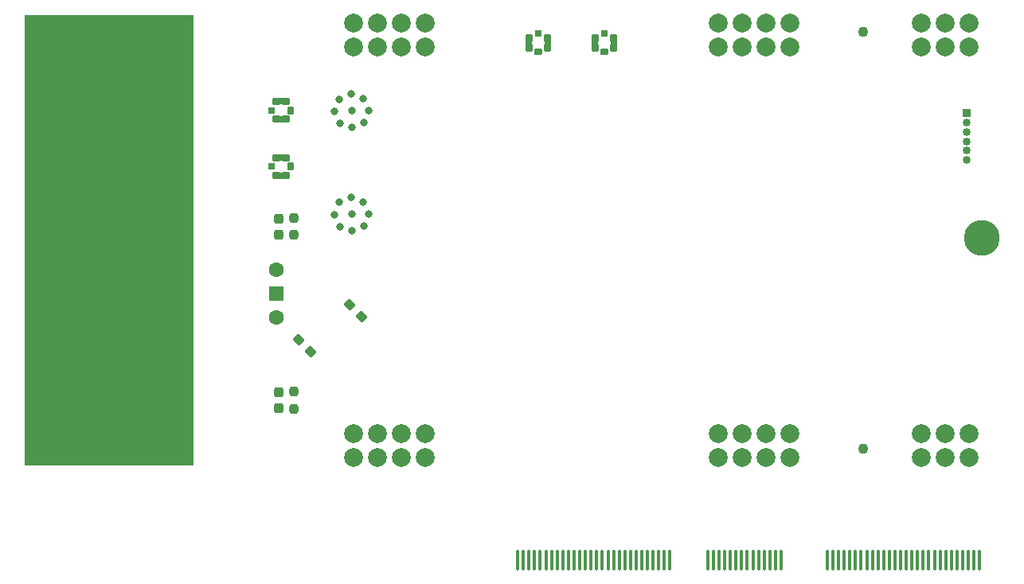
<source format=gbr>
%TF.GenerationSoftware,KiCad,Pcbnew,8.0.2*%
%TF.CreationDate,2024-07-11T13:13:48+02:00*%
%TF.ProjectId,HYDRA_VMM3_CARD,48594452-415f-4564-9d4d-335f43415244,rev?*%
%TF.SameCoordinates,Original*%
%TF.FileFunction,Soldermask,Bot*%
%TF.FilePolarity,Negative*%
%FSLAX46Y46*%
G04 Gerber Fmt 4.6, Leading zero omitted, Abs format (unit mm)*
G04 Created by KiCad (PCBNEW 8.0.2) date 2024-07-11 13:13:48*
%MOMM*%
%LPD*%
G01*
G04 APERTURE LIST*
G04 Aperture macros list*
%AMRoundRect*
0 Rectangle with rounded corners*
0 $1 Rounding radius*
0 $2 $3 $4 $5 $6 $7 $8 $9 X,Y pos of 4 corners*
0 Add a 4 corners polygon primitive as box body*
4,1,4,$2,$3,$4,$5,$6,$7,$8,$9,$2,$3,0*
0 Add four circle primitives for the rounded corners*
1,1,$1+$1,$2,$3*
1,1,$1+$1,$4,$5*
1,1,$1+$1,$6,$7*
1,1,$1+$1,$8,$9*
0 Add four rect primitives between the rounded corners*
20,1,$1+$1,$2,$3,$4,$5,0*
20,1,$1+$1,$4,$5,$6,$7,0*
20,1,$1+$1,$6,$7,$8,$9,0*
20,1,$1+$1,$8,$9,$2,$3,0*%
%AMFreePoly0*
4,1,37,-0.247476,0.892000,0.250000,0.892000,0.309954,0.872520,0.347008,0.821520,0.352000,0.790000,0.352000,-0.790000,0.332520,-0.849954,0.281520,-0.887008,0.250000,-0.892000,-0.247476,-0.892000,-0.250000,-0.892500,-0.330000,-0.892500,-0.368890,-0.884795,-0.369244,-0.884649,-0.417242,-0.843781,-0.424649,-0.829244,-0.424795,-0.828890,-0.432500,-0.790000,-0.432500,-0.270000,-0.424795,-0.231110,
-0.424649,-0.230756,-0.402479,-0.197521,-0.352500,-0.147542,-0.352500,0.147542,-0.402479,0.197521,-0.424649,0.230756,-0.424795,0.231110,-0.432500,0.270000,-0.432500,0.790000,-0.424795,0.828890,-0.424649,0.829244,-0.383781,0.877242,-0.369244,0.884649,-0.368890,0.884795,-0.330000,0.892500,-0.250000,0.892500,-0.247476,0.892000,-0.247476,0.892000,$1*%
%AMFreePoly1*
4,1,37,0.368890,0.884795,0.369244,0.884649,0.417242,0.843781,0.424649,0.829244,0.424795,0.828890,0.432500,0.790000,0.432500,0.270000,0.424795,0.231110,0.424649,0.230756,0.402479,0.197521,0.352500,0.147542,0.352500,-0.147542,0.402479,-0.197521,0.424649,-0.230756,0.424795,-0.231110,0.432500,-0.270000,0.432500,-0.790000,0.424795,-0.828890,0.424649,-0.829244,0.383781,-0.877242,
0.369244,-0.884649,0.368890,-0.884795,0.330000,-0.892500,0.250000,-0.892500,0.247476,-0.892000,-0.250000,-0.892000,-0.309954,-0.872520,-0.347008,-0.821520,-0.352000,-0.790000,-0.352000,0.790000,-0.332520,0.849954,-0.281520,0.887008,-0.250000,0.892000,0.247476,0.892000,0.250000,0.892500,0.330000,0.892500,0.368890,0.884795,0.368890,0.884795,$1*%
G04 Aperture macros list end*
%ADD10C,2.000000*%
%ADD11C,3.800000*%
%ADD12RoundRect,0.095000X-0.095000X-0.965000X0.095000X-0.965000X0.095000X0.965000X-0.095000X0.965000X0*%
%ADD13R,0.850000X0.850000*%
%ADD14O,0.850000X0.850000*%
%ADD15C,1.600000*%
%ADD16C,1.100000*%
%ADD17R,1.600000X1.600000*%
%ADD18C,0.800000*%
%ADD19RoundRect,0.237500X0.237500X-0.250000X0.237500X0.250000X-0.237500X0.250000X-0.237500X-0.250000X0*%
%ADD20RoundRect,0.237500X-0.237500X0.250000X-0.237500X-0.250000X0.237500X-0.250000X0.237500X0.250000X0*%
%ADD21RoundRect,0.237500X-0.237500X0.287500X-0.237500X-0.287500X0.237500X-0.287500X0.237500X0.287500X0*%
%ADD22RoundRect,0.102000X0.300000X0.275000X-0.300000X0.275000X-0.300000X-0.275000X0.300000X-0.275000X0*%
%ADD23FreePoly0,180.000000*%
%ADD24FreePoly1,180.000000*%
%ADD25RoundRect,0.102000X0.250000X0.250000X-0.250000X0.250000X-0.250000X-0.250000X0.250000X-0.250000X0*%
%ADD26RoundRect,0.102000X-0.275000X0.300000X-0.275000X-0.300000X0.275000X-0.300000X0.275000X0.300000X0*%
%ADD27FreePoly0,270.000000*%
%ADD28FreePoly1,270.000000*%
%ADD29RoundRect,0.102000X-0.250000X0.250000X-0.250000X-0.250000X0.250000X-0.250000X0.250000X0.250000X0*%
%ADD30C,0.150000*%
%ADD31RoundRect,0.237500X0.371231X-0.035355X-0.035355X0.371231X-0.371231X0.035355X0.035355X-0.371231X0*%
%ADD32R,18.000000X48.000000*%
%ADD33RoundRect,0.237500X0.237500X-0.287500X0.237500X0.287500X-0.237500X0.287500X-0.237500X-0.287500X0*%
G04 APERTURE END LIST*
D10*
%TO.C,15*%
X77748000Y-78380000D03*
%TD*%
%TO.C,*%
X138083000Y-34660000D03*
%TD*%
%TO.C,16*%
X111423000Y-78380000D03*
%TD*%
%TO.C,*%
X135543000Y-78360000D03*
%TD*%
%TO.C,*%
X135543000Y-34660000D03*
%TD*%
%TO.C,*%
X72668000Y-34680000D03*
%TD*%
%TO.C,*%
X133003000Y-34660000D03*
%TD*%
%TO.C,11*%
X72668000Y-78380000D03*
%TD*%
%TO.C,*%
X75208000Y-37220000D03*
%TD*%
%TO.C,*%
X138083000Y-37200000D03*
%TD*%
D11*
%TO.C,*%
X139450000Y-57580000D03*
%TD*%
D12*
%TO.C,J1*%
X90100000Y-91840000D03*
X90700000Y-91840000D03*
X91300000Y-91840000D03*
X91900000Y-91840000D03*
X92500000Y-91840000D03*
X93100000Y-91840000D03*
X93700000Y-91840000D03*
X94300000Y-91840000D03*
X94900000Y-91840000D03*
X95500000Y-91840000D03*
X96100000Y-91840000D03*
X96700000Y-91840000D03*
X97300000Y-91840000D03*
X97900000Y-91840000D03*
X98500000Y-91840000D03*
X99100000Y-91840000D03*
X99700000Y-91840000D03*
X100300000Y-91840000D03*
X100900000Y-91840000D03*
X101500000Y-91840000D03*
X102100000Y-91840000D03*
X102700000Y-91840000D03*
X103300000Y-91840000D03*
X103900000Y-91840000D03*
X104500000Y-91840000D03*
X105100000Y-91840000D03*
X105700000Y-91840000D03*
X106300000Y-91840000D03*
X110310000Y-91840000D03*
X110910000Y-91840000D03*
X111510000Y-91840000D03*
X112110000Y-91840000D03*
X112710000Y-91840000D03*
X113310000Y-91840000D03*
X113910000Y-91840000D03*
X114510000Y-91840000D03*
X115110000Y-91840000D03*
X115710000Y-91840000D03*
X116310000Y-91840000D03*
X116910000Y-91840000D03*
X117510000Y-91840000D03*
X118110000Y-91840000D03*
X123020000Y-91840000D03*
X123620000Y-91840000D03*
X124220000Y-91840000D03*
X124820000Y-91840000D03*
X125420000Y-91840000D03*
X126020000Y-91840000D03*
X126620000Y-91840000D03*
X127220000Y-91840000D03*
X127820000Y-91840000D03*
X128420000Y-91840000D03*
X129020000Y-91840000D03*
X129620000Y-91840000D03*
X130220000Y-91840000D03*
X130820000Y-91840000D03*
X131420000Y-91840000D03*
X132020000Y-91840000D03*
X132620000Y-91840000D03*
X133220000Y-91840000D03*
X133820000Y-91840000D03*
X134420000Y-91840000D03*
X135020000Y-91840000D03*
X135620000Y-91840000D03*
X136220000Y-91840000D03*
X136820000Y-91840000D03*
X137420000Y-91840000D03*
X138020000Y-91840000D03*
X138620000Y-91840000D03*
X139220000Y-91840000D03*
%TD*%
D10*
%TO.C,*%
X133003000Y-78360000D03*
%TD*%
%TO.C,18*%
X116503000Y-80900000D03*
%TD*%
%TO.C,*%
X135543000Y-80900000D03*
%TD*%
%TO.C,*%
X135543000Y-37200000D03*
%TD*%
%TO.C,22*%
X119043000Y-78360000D03*
%TD*%
%TO.C,17*%
X113963000Y-80920000D03*
%TD*%
D13*
%TO.C,J2*%
X137800000Y-44280000D03*
D14*
X137800000Y-45280000D03*
X137800000Y-46280000D03*
X137800000Y-47280000D03*
X137800000Y-48280000D03*
X137800000Y-49280000D03*
%TD*%
D10*
%TO.C,13*%
X80288000Y-37220000D03*
%TD*%
D11*
%TO.C,REF\u002A\u002A3*%
X53050000Y-57580000D03*
%TD*%
D15*
%TO.C,3.3V1*%
X64450000Y-60970000D03*
%TD*%
D10*
%TO.C,*%
X72668000Y-37220000D03*
%TD*%
%TO.C,*%
X133003000Y-80900000D03*
%TD*%
%TO.C,6*%
X119043000Y-34660000D03*
%TD*%
%TO.C,*%
X111423000Y-37220000D03*
%TD*%
%TO.C,*%
X77748000Y-37220000D03*
%TD*%
%TO.C,10*%
X111423000Y-80920000D03*
%TD*%
D16*
%TO.C,U1*%
X126818000Y-35606000D03*
X126818000Y-80006000D03*
%TD*%
D10*
%TO.C,24*%
X80288000Y-78380000D03*
%TD*%
%TO.C,9*%
X77748000Y-80920000D03*
%TD*%
%TO.C,1*%
X113963000Y-37220000D03*
%TD*%
%TO.C,12*%
X75208000Y-78380000D03*
%TD*%
D11*
%TO.C,REF\u002A\u002A*%
X39650000Y-35780000D03*
%TD*%
D10*
%TO.C,2*%
X116503000Y-37200000D03*
%TD*%
D17*
%TO.C,GND1*%
X64450000Y-63510000D03*
%TD*%
D11*
%TO.C,*%
X53050000Y-79380000D03*
%TD*%
%TO.C,25*%
X39650000Y-79380000D03*
%TD*%
D10*
%TO.C,*%
X138083000Y-80900000D03*
%TD*%
%TO.C,19*%
X119043000Y-80900000D03*
%TD*%
D11*
%TO.C,REF\u002A\u002A2*%
X39650000Y-57580000D03*
%TD*%
D10*
%TO.C,5*%
X116503000Y-34660000D03*
%TD*%
%TO.C,20*%
X113963000Y-78380000D03*
%TD*%
%TO.C,*%
X111423000Y-34680000D03*
%TD*%
%TO.C,*%
X77748000Y-34680000D03*
%TD*%
%TO.C,*%
X133003000Y-37200000D03*
%TD*%
%TO.C,3*%
X119043000Y-37200000D03*
%TD*%
D15*
%TO.C,1.8V1*%
X64450000Y-66050000D03*
%TD*%
D10*
%TO.C,4*%
X113963000Y-34680000D03*
%TD*%
D11*
%TO.C,REF\u002A\u002A1*%
X53050000Y-35780000D03*
%TD*%
D10*
%TO.C,*%
X138083000Y-78360000D03*
%TD*%
%TO.C,*%
X75208000Y-34680000D03*
%TD*%
%TO.C,8*%
X75208000Y-80920000D03*
%TD*%
%TO.C,7*%
X72668000Y-80920000D03*
%TD*%
%TO.C,23*%
X80288000Y-80920000D03*
%TD*%
%TO.C,14*%
X80288000Y-34680000D03*
%TD*%
%TO.C,21*%
X116503000Y-78360000D03*
%TD*%
D18*
%TO.C,Ch5*%
X72400000Y-42220000D03*
%TD*%
D19*
%TO.C,R2*%
X66260000Y-75755000D03*
X66260000Y-73930000D03*
%TD*%
D18*
%TO.C,Ch13*%
X72500000Y-45820000D03*
%TD*%
%TO.C,Ch3*%
X73687437Y-42711852D03*
%TD*%
%TO.C,Ch15*%
X73758148Y-45257437D03*
%TD*%
D20*
%TO.C,R1*%
X66260000Y-55425000D03*
X66260000Y-57250000D03*
%TD*%
D18*
%TO.C,Ch1*%
X74250000Y-43970000D03*
%TD*%
D21*
%TO.C,3.3V_On1*%
X64670000Y-55485000D03*
X64670000Y-57235000D03*
%TD*%
D22*
%TO.C,Temp_TX1*%
X92300000Y-37755000D03*
D23*
X91300000Y-36780000D03*
D24*
X93300000Y-36780000D03*
D25*
X92300000Y-35780000D03*
%TD*%
D18*
%TO.C,Ch11*%
X71212563Y-45328148D03*
%TD*%
%TO.C,Sig1_selector*%
X72450000Y-43970000D03*
%TD*%
%TO.C,Ch9*%
X70650000Y-44070000D03*
%TD*%
D26*
%TO.C,Sig2*%
X65925000Y-49970000D03*
D27*
X64950000Y-50970000D03*
D28*
X64950000Y-48970000D03*
D29*
X63950000Y-49970000D03*
%TD*%
D18*
%TO.C,Sig2_selector*%
X72450000Y-54970000D03*
%TD*%
D26*
%TO.C,Sig1*%
X65925000Y-43970000D03*
D27*
X64950000Y-44970000D03*
D28*
X64950000Y-42970000D03*
D29*
X63950000Y-43970000D03*
%TD*%
D18*
%TO.C,Ch16*%
X73687437Y-53711852D03*
%TD*%
%TO.C,Ch14*%
X72400000Y-53220000D03*
%TD*%
%TO.C,Ch4*%
X73758148Y-56257437D03*
%TD*%
D30*
%TO.C,Temp_1*%
X95006000Y-40000000D03*
X95006000Y-40400000D03*
X95406000Y-40000000D03*
X95406000Y-40400000D03*
%TD*%
D18*
%TO.C,Ch2*%
X74250000Y-54970000D03*
%TD*%
%TO.C,Ch7*%
X71141852Y-42782563D03*
%TD*%
D31*
%TO.C,3.3V_0.5A1*%
X73468718Y-65928718D03*
X72231282Y-64691282D03*
%TD*%
D30*
%TO.C,Temp_2*%
X95006000Y-75560000D03*
X95406000Y-75560000D03*
X95006000Y-75160000D03*
X95406000Y-75160000D03*
%TD*%
D18*
%TO.C,Ch12*%
X71141852Y-53782563D03*
%TD*%
D31*
%TO.C,1.8V_2.5A1*%
X68068718Y-69638718D03*
X66831282Y-68401282D03*
%TD*%
D18*
%TO.C,Ch10*%
X70650000Y-55070000D03*
%TD*%
D32*
%TO.C,REF\u002A\u002A*%
X46650000Y-57780000D03*
%TD*%
D33*
%TO.C,1.8_On1*%
X64670000Y-75695000D03*
X64670000Y-73945000D03*
%TD*%
D18*
%TO.C,Ch6*%
X72500000Y-56820000D03*
%TD*%
%TO.C,Ch8*%
X71212563Y-56328148D03*
%TD*%
D22*
%TO.C,Temp_RX1*%
X99300000Y-37755000D03*
D23*
X98300000Y-36780000D03*
D24*
X100300000Y-36780000D03*
D25*
X99300000Y-35780000D03*
%TD*%
M02*

</source>
